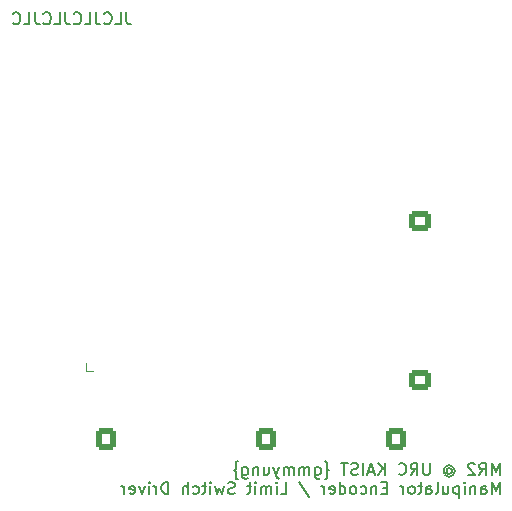
<source format=gbr>
%TF.GenerationSoftware,KiCad,Pcbnew,9.0.5*%
%TF.CreationDate,2025-10-28T15:08:01+09:00*%
%TF.ProjectId,mr2_arm_hw,6d72325f-6172-46d5-9f68-772e6b696361,rev?*%
%TF.SameCoordinates,Original*%
%TF.FileFunction,Legend,Bot*%
%TF.FilePolarity,Positive*%
%FSLAX46Y46*%
G04 Gerber Fmt 4.6, Leading zero omitted, Abs format (unit mm)*
G04 Created by KiCad (PCBNEW 9.0.5) date 2025-10-28 15:08:01*
%MOMM*%
%LPD*%
G01*
G04 APERTURE LIST*
G04 Aperture macros list*
%AMRoundRect*
0 Rectangle with rounded corners*
0 $1 Rounding radius*
0 $2 $3 $4 $5 $6 $7 $8 $9 X,Y pos of 4 corners*
0 Add a 4 corners polygon primitive as box body*
4,1,4,$2,$3,$4,$5,$6,$7,$8,$9,$2,$3,0*
0 Add four circle primitives for the rounded corners*
1,1,$1+$1,$2,$3*
1,1,$1+$1,$4,$5*
1,1,$1+$1,$6,$7*
1,1,$1+$1,$8,$9*
0 Add four rect primitives between the rounded corners*
20,1,$1+$1,$2,$3,$4,$5,0*
20,1,$1+$1,$4,$5,$6,$7,0*
20,1,$1+$1,$6,$7,$8,$9,0*
20,1,$1+$1,$8,$9,$2,$3,0*%
G04 Aperture macros list end*
%ADD10C,0.150000*%
%ADD11C,0.120000*%
%ADD12RoundRect,0.250000X0.675000X-0.600000X0.675000X0.600000X-0.675000X0.600000X-0.675000X-0.600000X0*%
%ADD13O,1.850000X1.700000*%
%ADD14RoundRect,0.250000X-0.600000X-0.675000X0.600000X-0.675000X0.600000X0.675000X-0.600000X0.675000X0*%
%ADD15O,1.700000X1.850000*%
%ADD16C,2.800000*%
%ADD17C,1.524000*%
%ADD18C,2.374900*%
%ADD19C,0.990600*%
%ADD20C,0.787400*%
G04 APERTURE END LIST*
D10*
X135377506Y-84144819D02*
X135377506Y-84859104D01*
X135377506Y-84859104D02*
X135425125Y-85001961D01*
X135425125Y-85001961D02*
X135520363Y-85097200D01*
X135520363Y-85097200D02*
X135663220Y-85144819D01*
X135663220Y-85144819D02*
X135758458Y-85144819D01*
X134425125Y-85144819D02*
X134901315Y-85144819D01*
X134901315Y-85144819D02*
X134901315Y-84144819D01*
X133520363Y-85049580D02*
X133567982Y-85097200D01*
X133567982Y-85097200D02*
X133710839Y-85144819D01*
X133710839Y-85144819D02*
X133806077Y-85144819D01*
X133806077Y-85144819D02*
X133948934Y-85097200D01*
X133948934Y-85097200D02*
X134044172Y-85001961D01*
X134044172Y-85001961D02*
X134091791Y-84906723D01*
X134091791Y-84906723D02*
X134139410Y-84716247D01*
X134139410Y-84716247D02*
X134139410Y-84573390D01*
X134139410Y-84573390D02*
X134091791Y-84382914D01*
X134091791Y-84382914D02*
X134044172Y-84287676D01*
X134044172Y-84287676D02*
X133948934Y-84192438D01*
X133948934Y-84192438D02*
X133806077Y-84144819D01*
X133806077Y-84144819D02*
X133710839Y-84144819D01*
X133710839Y-84144819D02*
X133567982Y-84192438D01*
X133567982Y-84192438D02*
X133520363Y-84240057D01*
X132806077Y-84144819D02*
X132806077Y-84859104D01*
X132806077Y-84859104D02*
X132853696Y-85001961D01*
X132853696Y-85001961D02*
X132948934Y-85097200D01*
X132948934Y-85097200D02*
X133091791Y-85144819D01*
X133091791Y-85144819D02*
X133187029Y-85144819D01*
X131853696Y-85144819D02*
X132329886Y-85144819D01*
X132329886Y-85144819D02*
X132329886Y-84144819D01*
X130948934Y-85049580D02*
X130996553Y-85097200D01*
X130996553Y-85097200D02*
X131139410Y-85144819D01*
X131139410Y-85144819D02*
X131234648Y-85144819D01*
X131234648Y-85144819D02*
X131377505Y-85097200D01*
X131377505Y-85097200D02*
X131472743Y-85001961D01*
X131472743Y-85001961D02*
X131520362Y-84906723D01*
X131520362Y-84906723D02*
X131567981Y-84716247D01*
X131567981Y-84716247D02*
X131567981Y-84573390D01*
X131567981Y-84573390D02*
X131520362Y-84382914D01*
X131520362Y-84382914D02*
X131472743Y-84287676D01*
X131472743Y-84287676D02*
X131377505Y-84192438D01*
X131377505Y-84192438D02*
X131234648Y-84144819D01*
X131234648Y-84144819D02*
X131139410Y-84144819D01*
X131139410Y-84144819D02*
X130996553Y-84192438D01*
X130996553Y-84192438D02*
X130948934Y-84240057D01*
X130234648Y-84144819D02*
X130234648Y-84859104D01*
X130234648Y-84859104D02*
X130282267Y-85001961D01*
X130282267Y-85001961D02*
X130377505Y-85097200D01*
X130377505Y-85097200D02*
X130520362Y-85144819D01*
X130520362Y-85144819D02*
X130615600Y-85144819D01*
X129282267Y-85144819D02*
X129758457Y-85144819D01*
X129758457Y-85144819D02*
X129758457Y-84144819D01*
X128377505Y-85049580D02*
X128425124Y-85097200D01*
X128425124Y-85097200D02*
X128567981Y-85144819D01*
X128567981Y-85144819D02*
X128663219Y-85144819D01*
X128663219Y-85144819D02*
X128806076Y-85097200D01*
X128806076Y-85097200D02*
X128901314Y-85001961D01*
X128901314Y-85001961D02*
X128948933Y-84906723D01*
X128948933Y-84906723D02*
X128996552Y-84716247D01*
X128996552Y-84716247D02*
X128996552Y-84573390D01*
X128996552Y-84573390D02*
X128948933Y-84382914D01*
X128948933Y-84382914D02*
X128901314Y-84287676D01*
X128901314Y-84287676D02*
X128806076Y-84192438D01*
X128806076Y-84192438D02*
X128663219Y-84144819D01*
X128663219Y-84144819D02*
X128567981Y-84144819D01*
X128567981Y-84144819D02*
X128425124Y-84192438D01*
X128425124Y-84192438D02*
X128377505Y-84240057D01*
X127663219Y-84144819D02*
X127663219Y-84859104D01*
X127663219Y-84859104D02*
X127710838Y-85001961D01*
X127710838Y-85001961D02*
X127806076Y-85097200D01*
X127806076Y-85097200D02*
X127948933Y-85144819D01*
X127948933Y-85144819D02*
X128044171Y-85144819D01*
X126710838Y-85144819D02*
X127187028Y-85144819D01*
X127187028Y-85144819D02*
X127187028Y-84144819D01*
X125806076Y-85049580D02*
X125853695Y-85097200D01*
X125853695Y-85097200D02*
X125996552Y-85144819D01*
X125996552Y-85144819D02*
X126091790Y-85144819D01*
X126091790Y-85144819D02*
X126234647Y-85097200D01*
X126234647Y-85097200D02*
X126329885Y-85001961D01*
X126329885Y-85001961D02*
X126377504Y-84906723D01*
X126377504Y-84906723D02*
X126425123Y-84716247D01*
X126425123Y-84716247D02*
X126425123Y-84573390D01*
X126425123Y-84573390D02*
X126377504Y-84382914D01*
X126377504Y-84382914D02*
X126329885Y-84287676D01*
X126329885Y-84287676D02*
X126234647Y-84192438D01*
X126234647Y-84192438D02*
X126091790Y-84144819D01*
X126091790Y-84144819D02*
X125996552Y-84144819D01*
X125996552Y-84144819D02*
X125853695Y-84192438D01*
X125853695Y-84192438D02*
X125806076Y-84240057D01*
X166988220Y-123309875D02*
X166988220Y-122309875D01*
X166988220Y-122309875D02*
X166654887Y-123024160D01*
X166654887Y-123024160D02*
X166321554Y-122309875D01*
X166321554Y-122309875D02*
X166321554Y-123309875D01*
X165273935Y-123309875D02*
X165607268Y-122833684D01*
X165845363Y-123309875D02*
X165845363Y-122309875D01*
X165845363Y-122309875D02*
X165464411Y-122309875D01*
X165464411Y-122309875D02*
X165369173Y-122357494D01*
X165369173Y-122357494D02*
X165321554Y-122405113D01*
X165321554Y-122405113D02*
X165273935Y-122500351D01*
X165273935Y-122500351D02*
X165273935Y-122643208D01*
X165273935Y-122643208D02*
X165321554Y-122738446D01*
X165321554Y-122738446D02*
X165369173Y-122786065D01*
X165369173Y-122786065D02*
X165464411Y-122833684D01*
X165464411Y-122833684D02*
X165845363Y-122833684D01*
X164892982Y-122405113D02*
X164845363Y-122357494D01*
X164845363Y-122357494D02*
X164750125Y-122309875D01*
X164750125Y-122309875D02*
X164512030Y-122309875D01*
X164512030Y-122309875D02*
X164416792Y-122357494D01*
X164416792Y-122357494D02*
X164369173Y-122405113D01*
X164369173Y-122405113D02*
X164321554Y-122500351D01*
X164321554Y-122500351D02*
X164321554Y-122595589D01*
X164321554Y-122595589D02*
X164369173Y-122738446D01*
X164369173Y-122738446D02*
X164940601Y-123309875D01*
X164940601Y-123309875D02*
X164321554Y-123309875D01*
X162512030Y-122833684D02*
X162559649Y-122786065D01*
X162559649Y-122786065D02*
X162654887Y-122738446D01*
X162654887Y-122738446D02*
X162750125Y-122738446D01*
X162750125Y-122738446D02*
X162845363Y-122786065D01*
X162845363Y-122786065D02*
X162892982Y-122833684D01*
X162892982Y-122833684D02*
X162940601Y-122928922D01*
X162940601Y-122928922D02*
X162940601Y-123024160D01*
X162940601Y-123024160D02*
X162892982Y-123119398D01*
X162892982Y-123119398D02*
X162845363Y-123167017D01*
X162845363Y-123167017D02*
X162750125Y-123214636D01*
X162750125Y-123214636D02*
X162654887Y-123214636D01*
X162654887Y-123214636D02*
X162559649Y-123167017D01*
X162559649Y-123167017D02*
X162512030Y-123119398D01*
X162512030Y-122738446D02*
X162512030Y-123119398D01*
X162512030Y-123119398D02*
X162464411Y-123167017D01*
X162464411Y-123167017D02*
X162416792Y-123167017D01*
X162416792Y-123167017D02*
X162321553Y-123119398D01*
X162321553Y-123119398D02*
X162273934Y-123024160D01*
X162273934Y-123024160D02*
X162273934Y-122786065D01*
X162273934Y-122786065D02*
X162369173Y-122643208D01*
X162369173Y-122643208D02*
X162512030Y-122547970D01*
X162512030Y-122547970D02*
X162702506Y-122500351D01*
X162702506Y-122500351D02*
X162892982Y-122547970D01*
X162892982Y-122547970D02*
X163035839Y-122643208D01*
X163035839Y-122643208D02*
X163131077Y-122786065D01*
X163131077Y-122786065D02*
X163178696Y-122976541D01*
X163178696Y-122976541D02*
X163131077Y-123167017D01*
X163131077Y-123167017D02*
X163035839Y-123309875D01*
X163035839Y-123309875D02*
X162892982Y-123405113D01*
X162892982Y-123405113D02*
X162702506Y-123452732D01*
X162702506Y-123452732D02*
X162512030Y-123405113D01*
X162512030Y-123405113D02*
X162369173Y-123309875D01*
X161083458Y-122309875D02*
X161083458Y-123119398D01*
X161083458Y-123119398D02*
X161035839Y-123214636D01*
X161035839Y-123214636D02*
X160988220Y-123262256D01*
X160988220Y-123262256D02*
X160892982Y-123309875D01*
X160892982Y-123309875D02*
X160702506Y-123309875D01*
X160702506Y-123309875D02*
X160607268Y-123262256D01*
X160607268Y-123262256D02*
X160559649Y-123214636D01*
X160559649Y-123214636D02*
X160512030Y-123119398D01*
X160512030Y-123119398D02*
X160512030Y-122309875D01*
X159464411Y-123309875D02*
X159797744Y-122833684D01*
X160035839Y-123309875D02*
X160035839Y-122309875D01*
X160035839Y-122309875D02*
X159654887Y-122309875D01*
X159654887Y-122309875D02*
X159559649Y-122357494D01*
X159559649Y-122357494D02*
X159512030Y-122405113D01*
X159512030Y-122405113D02*
X159464411Y-122500351D01*
X159464411Y-122500351D02*
X159464411Y-122643208D01*
X159464411Y-122643208D02*
X159512030Y-122738446D01*
X159512030Y-122738446D02*
X159559649Y-122786065D01*
X159559649Y-122786065D02*
X159654887Y-122833684D01*
X159654887Y-122833684D02*
X160035839Y-122833684D01*
X158464411Y-123214636D02*
X158512030Y-123262256D01*
X158512030Y-123262256D02*
X158654887Y-123309875D01*
X158654887Y-123309875D02*
X158750125Y-123309875D01*
X158750125Y-123309875D02*
X158892982Y-123262256D01*
X158892982Y-123262256D02*
X158988220Y-123167017D01*
X158988220Y-123167017D02*
X159035839Y-123071779D01*
X159035839Y-123071779D02*
X159083458Y-122881303D01*
X159083458Y-122881303D02*
X159083458Y-122738446D01*
X159083458Y-122738446D02*
X159035839Y-122547970D01*
X159035839Y-122547970D02*
X158988220Y-122452732D01*
X158988220Y-122452732D02*
X158892982Y-122357494D01*
X158892982Y-122357494D02*
X158750125Y-122309875D01*
X158750125Y-122309875D02*
X158654887Y-122309875D01*
X158654887Y-122309875D02*
X158512030Y-122357494D01*
X158512030Y-122357494D02*
X158464411Y-122405113D01*
X157273934Y-123309875D02*
X157273934Y-122309875D01*
X156702506Y-123309875D02*
X157131077Y-122738446D01*
X156702506Y-122309875D02*
X157273934Y-122881303D01*
X156321553Y-123024160D02*
X155845363Y-123024160D01*
X156416791Y-123309875D02*
X156083458Y-122309875D01*
X156083458Y-122309875D02*
X155750125Y-123309875D01*
X155416791Y-123309875D02*
X155416791Y-122309875D01*
X154988220Y-123262256D02*
X154845363Y-123309875D01*
X154845363Y-123309875D02*
X154607268Y-123309875D01*
X154607268Y-123309875D02*
X154512030Y-123262256D01*
X154512030Y-123262256D02*
X154464411Y-123214636D01*
X154464411Y-123214636D02*
X154416792Y-123119398D01*
X154416792Y-123119398D02*
X154416792Y-123024160D01*
X154416792Y-123024160D02*
X154464411Y-122928922D01*
X154464411Y-122928922D02*
X154512030Y-122881303D01*
X154512030Y-122881303D02*
X154607268Y-122833684D01*
X154607268Y-122833684D02*
X154797744Y-122786065D01*
X154797744Y-122786065D02*
X154892982Y-122738446D01*
X154892982Y-122738446D02*
X154940601Y-122690827D01*
X154940601Y-122690827D02*
X154988220Y-122595589D01*
X154988220Y-122595589D02*
X154988220Y-122500351D01*
X154988220Y-122500351D02*
X154940601Y-122405113D01*
X154940601Y-122405113D02*
X154892982Y-122357494D01*
X154892982Y-122357494D02*
X154797744Y-122309875D01*
X154797744Y-122309875D02*
X154559649Y-122309875D01*
X154559649Y-122309875D02*
X154416792Y-122357494D01*
X154131077Y-122309875D02*
X153559649Y-122309875D01*
X153845363Y-123309875D02*
X153845363Y-122309875D01*
X152178696Y-123690827D02*
X152226315Y-123690827D01*
X152226315Y-123690827D02*
X152321553Y-123643208D01*
X152321553Y-123643208D02*
X152369172Y-123547970D01*
X152369172Y-123547970D02*
X152369172Y-123071779D01*
X152369172Y-123071779D02*
X152416791Y-122976541D01*
X152416791Y-122976541D02*
X152512029Y-122928922D01*
X152512029Y-122928922D02*
X152416791Y-122881303D01*
X152416791Y-122881303D02*
X152369172Y-122786065D01*
X152369172Y-122786065D02*
X152369172Y-122309875D01*
X152369172Y-122309875D02*
X152321553Y-122214636D01*
X152321553Y-122214636D02*
X152226315Y-122167017D01*
X152226315Y-122167017D02*
X152178696Y-122167017D01*
X151369172Y-122643208D02*
X151369172Y-123452732D01*
X151369172Y-123452732D02*
X151416791Y-123547970D01*
X151416791Y-123547970D02*
X151464410Y-123595589D01*
X151464410Y-123595589D02*
X151559648Y-123643208D01*
X151559648Y-123643208D02*
X151702505Y-123643208D01*
X151702505Y-123643208D02*
X151797743Y-123595589D01*
X151369172Y-123262256D02*
X151464410Y-123309875D01*
X151464410Y-123309875D02*
X151654886Y-123309875D01*
X151654886Y-123309875D02*
X151750124Y-123262256D01*
X151750124Y-123262256D02*
X151797743Y-123214636D01*
X151797743Y-123214636D02*
X151845362Y-123119398D01*
X151845362Y-123119398D02*
X151845362Y-122833684D01*
X151845362Y-122833684D02*
X151797743Y-122738446D01*
X151797743Y-122738446D02*
X151750124Y-122690827D01*
X151750124Y-122690827D02*
X151654886Y-122643208D01*
X151654886Y-122643208D02*
X151464410Y-122643208D01*
X151464410Y-122643208D02*
X151369172Y-122690827D01*
X150892981Y-123309875D02*
X150892981Y-122643208D01*
X150892981Y-122738446D02*
X150845362Y-122690827D01*
X150845362Y-122690827D02*
X150750124Y-122643208D01*
X150750124Y-122643208D02*
X150607267Y-122643208D01*
X150607267Y-122643208D02*
X150512029Y-122690827D01*
X150512029Y-122690827D02*
X150464410Y-122786065D01*
X150464410Y-122786065D02*
X150464410Y-123309875D01*
X150464410Y-122786065D02*
X150416791Y-122690827D01*
X150416791Y-122690827D02*
X150321553Y-122643208D01*
X150321553Y-122643208D02*
X150178696Y-122643208D01*
X150178696Y-122643208D02*
X150083457Y-122690827D01*
X150083457Y-122690827D02*
X150035838Y-122786065D01*
X150035838Y-122786065D02*
X150035838Y-123309875D01*
X149559648Y-123309875D02*
X149559648Y-122643208D01*
X149559648Y-122738446D02*
X149512029Y-122690827D01*
X149512029Y-122690827D02*
X149416791Y-122643208D01*
X149416791Y-122643208D02*
X149273934Y-122643208D01*
X149273934Y-122643208D02*
X149178696Y-122690827D01*
X149178696Y-122690827D02*
X149131077Y-122786065D01*
X149131077Y-122786065D02*
X149131077Y-123309875D01*
X149131077Y-122786065D02*
X149083458Y-122690827D01*
X149083458Y-122690827D02*
X148988220Y-122643208D01*
X148988220Y-122643208D02*
X148845363Y-122643208D01*
X148845363Y-122643208D02*
X148750124Y-122690827D01*
X148750124Y-122690827D02*
X148702505Y-122786065D01*
X148702505Y-122786065D02*
X148702505Y-123309875D01*
X148321553Y-122643208D02*
X148083458Y-123309875D01*
X147845363Y-122643208D02*
X148083458Y-123309875D01*
X148083458Y-123309875D02*
X148178696Y-123547970D01*
X148178696Y-123547970D02*
X148226315Y-123595589D01*
X148226315Y-123595589D02*
X148321553Y-123643208D01*
X147035839Y-122643208D02*
X147035839Y-123309875D01*
X147464410Y-122643208D02*
X147464410Y-123167017D01*
X147464410Y-123167017D02*
X147416791Y-123262256D01*
X147416791Y-123262256D02*
X147321553Y-123309875D01*
X147321553Y-123309875D02*
X147178696Y-123309875D01*
X147178696Y-123309875D02*
X147083458Y-123262256D01*
X147083458Y-123262256D02*
X147035839Y-123214636D01*
X146559648Y-122643208D02*
X146559648Y-123309875D01*
X146559648Y-122738446D02*
X146512029Y-122690827D01*
X146512029Y-122690827D02*
X146416791Y-122643208D01*
X146416791Y-122643208D02*
X146273934Y-122643208D01*
X146273934Y-122643208D02*
X146178696Y-122690827D01*
X146178696Y-122690827D02*
X146131077Y-122786065D01*
X146131077Y-122786065D02*
X146131077Y-123309875D01*
X145226315Y-122643208D02*
X145226315Y-123452732D01*
X145226315Y-123452732D02*
X145273934Y-123547970D01*
X145273934Y-123547970D02*
X145321553Y-123595589D01*
X145321553Y-123595589D02*
X145416791Y-123643208D01*
X145416791Y-123643208D02*
X145559648Y-123643208D01*
X145559648Y-123643208D02*
X145654886Y-123595589D01*
X145226315Y-123262256D02*
X145321553Y-123309875D01*
X145321553Y-123309875D02*
X145512029Y-123309875D01*
X145512029Y-123309875D02*
X145607267Y-123262256D01*
X145607267Y-123262256D02*
X145654886Y-123214636D01*
X145654886Y-123214636D02*
X145702505Y-123119398D01*
X145702505Y-123119398D02*
X145702505Y-122833684D01*
X145702505Y-122833684D02*
X145654886Y-122738446D01*
X145654886Y-122738446D02*
X145607267Y-122690827D01*
X145607267Y-122690827D02*
X145512029Y-122643208D01*
X145512029Y-122643208D02*
X145321553Y-122643208D01*
X145321553Y-122643208D02*
X145226315Y-122690827D01*
X144845362Y-123690827D02*
X144797743Y-123690827D01*
X144797743Y-123690827D02*
X144702505Y-123643208D01*
X144702505Y-123643208D02*
X144654886Y-123547970D01*
X144654886Y-123547970D02*
X144654886Y-123071779D01*
X144654886Y-123071779D02*
X144607267Y-122976541D01*
X144607267Y-122976541D02*
X144512029Y-122928922D01*
X144512029Y-122928922D02*
X144607267Y-122881303D01*
X144607267Y-122881303D02*
X144654886Y-122786065D01*
X144654886Y-122786065D02*
X144654886Y-122309875D01*
X144654886Y-122309875D02*
X144702505Y-122214636D01*
X144702505Y-122214636D02*
X144797743Y-122167017D01*
X144797743Y-122167017D02*
X144845362Y-122167017D01*
X166988220Y-124919819D02*
X166988220Y-123919819D01*
X166988220Y-123919819D02*
X166654887Y-124634104D01*
X166654887Y-124634104D02*
X166321554Y-123919819D01*
X166321554Y-123919819D02*
X166321554Y-124919819D01*
X165416792Y-124919819D02*
X165416792Y-124396009D01*
X165416792Y-124396009D02*
X165464411Y-124300771D01*
X165464411Y-124300771D02*
X165559649Y-124253152D01*
X165559649Y-124253152D02*
X165750125Y-124253152D01*
X165750125Y-124253152D02*
X165845363Y-124300771D01*
X165416792Y-124872200D02*
X165512030Y-124919819D01*
X165512030Y-124919819D02*
X165750125Y-124919819D01*
X165750125Y-124919819D02*
X165845363Y-124872200D01*
X165845363Y-124872200D02*
X165892982Y-124776961D01*
X165892982Y-124776961D02*
X165892982Y-124681723D01*
X165892982Y-124681723D02*
X165845363Y-124586485D01*
X165845363Y-124586485D02*
X165750125Y-124538866D01*
X165750125Y-124538866D02*
X165512030Y-124538866D01*
X165512030Y-124538866D02*
X165416792Y-124491247D01*
X164940601Y-124253152D02*
X164940601Y-124919819D01*
X164940601Y-124348390D02*
X164892982Y-124300771D01*
X164892982Y-124300771D02*
X164797744Y-124253152D01*
X164797744Y-124253152D02*
X164654887Y-124253152D01*
X164654887Y-124253152D02*
X164559649Y-124300771D01*
X164559649Y-124300771D02*
X164512030Y-124396009D01*
X164512030Y-124396009D02*
X164512030Y-124919819D01*
X164035839Y-124919819D02*
X164035839Y-124253152D01*
X164035839Y-123919819D02*
X164083458Y-123967438D01*
X164083458Y-123967438D02*
X164035839Y-124015057D01*
X164035839Y-124015057D02*
X163988220Y-123967438D01*
X163988220Y-123967438D02*
X164035839Y-123919819D01*
X164035839Y-123919819D02*
X164035839Y-124015057D01*
X163559649Y-124253152D02*
X163559649Y-125253152D01*
X163559649Y-124300771D02*
X163464411Y-124253152D01*
X163464411Y-124253152D02*
X163273935Y-124253152D01*
X163273935Y-124253152D02*
X163178697Y-124300771D01*
X163178697Y-124300771D02*
X163131078Y-124348390D01*
X163131078Y-124348390D02*
X163083459Y-124443628D01*
X163083459Y-124443628D02*
X163083459Y-124729342D01*
X163083459Y-124729342D02*
X163131078Y-124824580D01*
X163131078Y-124824580D02*
X163178697Y-124872200D01*
X163178697Y-124872200D02*
X163273935Y-124919819D01*
X163273935Y-124919819D02*
X163464411Y-124919819D01*
X163464411Y-124919819D02*
X163559649Y-124872200D01*
X162226316Y-124253152D02*
X162226316Y-124919819D01*
X162654887Y-124253152D02*
X162654887Y-124776961D01*
X162654887Y-124776961D02*
X162607268Y-124872200D01*
X162607268Y-124872200D02*
X162512030Y-124919819D01*
X162512030Y-124919819D02*
X162369173Y-124919819D01*
X162369173Y-124919819D02*
X162273935Y-124872200D01*
X162273935Y-124872200D02*
X162226316Y-124824580D01*
X161607268Y-124919819D02*
X161702506Y-124872200D01*
X161702506Y-124872200D02*
X161750125Y-124776961D01*
X161750125Y-124776961D02*
X161750125Y-123919819D01*
X160797744Y-124919819D02*
X160797744Y-124396009D01*
X160797744Y-124396009D02*
X160845363Y-124300771D01*
X160845363Y-124300771D02*
X160940601Y-124253152D01*
X160940601Y-124253152D02*
X161131077Y-124253152D01*
X161131077Y-124253152D02*
X161226315Y-124300771D01*
X160797744Y-124872200D02*
X160892982Y-124919819D01*
X160892982Y-124919819D02*
X161131077Y-124919819D01*
X161131077Y-124919819D02*
X161226315Y-124872200D01*
X161226315Y-124872200D02*
X161273934Y-124776961D01*
X161273934Y-124776961D02*
X161273934Y-124681723D01*
X161273934Y-124681723D02*
X161226315Y-124586485D01*
X161226315Y-124586485D02*
X161131077Y-124538866D01*
X161131077Y-124538866D02*
X160892982Y-124538866D01*
X160892982Y-124538866D02*
X160797744Y-124491247D01*
X160464410Y-124253152D02*
X160083458Y-124253152D01*
X160321553Y-123919819D02*
X160321553Y-124776961D01*
X160321553Y-124776961D02*
X160273934Y-124872200D01*
X160273934Y-124872200D02*
X160178696Y-124919819D01*
X160178696Y-124919819D02*
X160083458Y-124919819D01*
X159607267Y-124919819D02*
X159702505Y-124872200D01*
X159702505Y-124872200D02*
X159750124Y-124824580D01*
X159750124Y-124824580D02*
X159797743Y-124729342D01*
X159797743Y-124729342D02*
X159797743Y-124443628D01*
X159797743Y-124443628D02*
X159750124Y-124348390D01*
X159750124Y-124348390D02*
X159702505Y-124300771D01*
X159702505Y-124300771D02*
X159607267Y-124253152D01*
X159607267Y-124253152D02*
X159464410Y-124253152D01*
X159464410Y-124253152D02*
X159369172Y-124300771D01*
X159369172Y-124300771D02*
X159321553Y-124348390D01*
X159321553Y-124348390D02*
X159273934Y-124443628D01*
X159273934Y-124443628D02*
X159273934Y-124729342D01*
X159273934Y-124729342D02*
X159321553Y-124824580D01*
X159321553Y-124824580D02*
X159369172Y-124872200D01*
X159369172Y-124872200D02*
X159464410Y-124919819D01*
X159464410Y-124919819D02*
X159607267Y-124919819D01*
X158845362Y-124919819D02*
X158845362Y-124253152D01*
X158845362Y-124443628D02*
X158797743Y-124348390D01*
X158797743Y-124348390D02*
X158750124Y-124300771D01*
X158750124Y-124300771D02*
X158654886Y-124253152D01*
X158654886Y-124253152D02*
X158559648Y-124253152D01*
X157464409Y-124396009D02*
X157131076Y-124396009D01*
X156988219Y-124919819D02*
X157464409Y-124919819D01*
X157464409Y-124919819D02*
X157464409Y-123919819D01*
X157464409Y-123919819D02*
X156988219Y-123919819D01*
X156559647Y-124253152D02*
X156559647Y-124919819D01*
X156559647Y-124348390D02*
X156512028Y-124300771D01*
X156512028Y-124300771D02*
X156416790Y-124253152D01*
X156416790Y-124253152D02*
X156273933Y-124253152D01*
X156273933Y-124253152D02*
X156178695Y-124300771D01*
X156178695Y-124300771D02*
X156131076Y-124396009D01*
X156131076Y-124396009D02*
X156131076Y-124919819D01*
X155226314Y-124872200D02*
X155321552Y-124919819D01*
X155321552Y-124919819D02*
X155512028Y-124919819D01*
X155512028Y-124919819D02*
X155607266Y-124872200D01*
X155607266Y-124872200D02*
X155654885Y-124824580D01*
X155654885Y-124824580D02*
X155702504Y-124729342D01*
X155702504Y-124729342D02*
X155702504Y-124443628D01*
X155702504Y-124443628D02*
X155654885Y-124348390D01*
X155654885Y-124348390D02*
X155607266Y-124300771D01*
X155607266Y-124300771D02*
X155512028Y-124253152D01*
X155512028Y-124253152D02*
X155321552Y-124253152D01*
X155321552Y-124253152D02*
X155226314Y-124300771D01*
X154654885Y-124919819D02*
X154750123Y-124872200D01*
X154750123Y-124872200D02*
X154797742Y-124824580D01*
X154797742Y-124824580D02*
X154845361Y-124729342D01*
X154845361Y-124729342D02*
X154845361Y-124443628D01*
X154845361Y-124443628D02*
X154797742Y-124348390D01*
X154797742Y-124348390D02*
X154750123Y-124300771D01*
X154750123Y-124300771D02*
X154654885Y-124253152D01*
X154654885Y-124253152D02*
X154512028Y-124253152D01*
X154512028Y-124253152D02*
X154416790Y-124300771D01*
X154416790Y-124300771D02*
X154369171Y-124348390D01*
X154369171Y-124348390D02*
X154321552Y-124443628D01*
X154321552Y-124443628D02*
X154321552Y-124729342D01*
X154321552Y-124729342D02*
X154369171Y-124824580D01*
X154369171Y-124824580D02*
X154416790Y-124872200D01*
X154416790Y-124872200D02*
X154512028Y-124919819D01*
X154512028Y-124919819D02*
X154654885Y-124919819D01*
X153464409Y-124919819D02*
X153464409Y-123919819D01*
X153464409Y-124872200D02*
X153559647Y-124919819D01*
X153559647Y-124919819D02*
X153750123Y-124919819D01*
X153750123Y-124919819D02*
X153845361Y-124872200D01*
X153845361Y-124872200D02*
X153892980Y-124824580D01*
X153892980Y-124824580D02*
X153940599Y-124729342D01*
X153940599Y-124729342D02*
X153940599Y-124443628D01*
X153940599Y-124443628D02*
X153892980Y-124348390D01*
X153892980Y-124348390D02*
X153845361Y-124300771D01*
X153845361Y-124300771D02*
X153750123Y-124253152D01*
X153750123Y-124253152D02*
X153559647Y-124253152D01*
X153559647Y-124253152D02*
X153464409Y-124300771D01*
X152607266Y-124872200D02*
X152702504Y-124919819D01*
X152702504Y-124919819D02*
X152892980Y-124919819D01*
X152892980Y-124919819D02*
X152988218Y-124872200D01*
X152988218Y-124872200D02*
X153035837Y-124776961D01*
X153035837Y-124776961D02*
X153035837Y-124396009D01*
X153035837Y-124396009D02*
X152988218Y-124300771D01*
X152988218Y-124300771D02*
X152892980Y-124253152D01*
X152892980Y-124253152D02*
X152702504Y-124253152D01*
X152702504Y-124253152D02*
X152607266Y-124300771D01*
X152607266Y-124300771D02*
X152559647Y-124396009D01*
X152559647Y-124396009D02*
X152559647Y-124491247D01*
X152559647Y-124491247D02*
X153035837Y-124586485D01*
X152131075Y-124919819D02*
X152131075Y-124253152D01*
X152131075Y-124443628D02*
X152083456Y-124348390D01*
X152083456Y-124348390D02*
X152035837Y-124300771D01*
X152035837Y-124300771D02*
X151940599Y-124253152D01*
X151940599Y-124253152D02*
X151845361Y-124253152D01*
X150035837Y-123872200D02*
X150892979Y-125157914D01*
X148464408Y-124919819D02*
X148940598Y-124919819D01*
X148940598Y-124919819D02*
X148940598Y-123919819D01*
X148131074Y-124919819D02*
X148131074Y-124253152D01*
X148131074Y-123919819D02*
X148178693Y-123967438D01*
X148178693Y-123967438D02*
X148131074Y-124015057D01*
X148131074Y-124015057D02*
X148083455Y-123967438D01*
X148083455Y-123967438D02*
X148131074Y-123919819D01*
X148131074Y-123919819D02*
X148131074Y-124015057D01*
X147654884Y-124919819D02*
X147654884Y-124253152D01*
X147654884Y-124348390D02*
X147607265Y-124300771D01*
X147607265Y-124300771D02*
X147512027Y-124253152D01*
X147512027Y-124253152D02*
X147369170Y-124253152D01*
X147369170Y-124253152D02*
X147273932Y-124300771D01*
X147273932Y-124300771D02*
X147226313Y-124396009D01*
X147226313Y-124396009D02*
X147226313Y-124919819D01*
X147226313Y-124396009D02*
X147178694Y-124300771D01*
X147178694Y-124300771D02*
X147083456Y-124253152D01*
X147083456Y-124253152D02*
X146940599Y-124253152D01*
X146940599Y-124253152D02*
X146845360Y-124300771D01*
X146845360Y-124300771D02*
X146797741Y-124396009D01*
X146797741Y-124396009D02*
X146797741Y-124919819D01*
X146321551Y-124919819D02*
X146321551Y-124253152D01*
X146321551Y-123919819D02*
X146369170Y-123967438D01*
X146369170Y-123967438D02*
X146321551Y-124015057D01*
X146321551Y-124015057D02*
X146273932Y-123967438D01*
X146273932Y-123967438D02*
X146321551Y-123919819D01*
X146321551Y-123919819D02*
X146321551Y-124015057D01*
X145988218Y-124253152D02*
X145607266Y-124253152D01*
X145845361Y-123919819D02*
X145845361Y-124776961D01*
X145845361Y-124776961D02*
X145797742Y-124872200D01*
X145797742Y-124872200D02*
X145702504Y-124919819D01*
X145702504Y-124919819D02*
X145607266Y-124919819D01*
X144559646Y-124872200D02*
X144416789Y-124919819D01*
X144416789Y-124919819D02*
X144178694Y-124919819D01*
X144178694Y-124919819D02*
X144083456Y-124872200D01*
X144083456Y-124872200D02*
X144035837Y-124824580D01*
X144035837Y-124824580D02*
X143988218Y-124729342D01*
X143988218Y-124729342D02*
X143988218Y-124634104D01*
X143988218Y-124634104D02*
X144035837Y-124538866D01*
X144035837Y-124538866D02*
X144083456Y-124491247D01*
X144083456Y-124491247D02*
X144178694Y-124443628D01*
X144178694Y-124443628D02*
X144369170Y-124396009D01*
X144369170Y-124396009D02*
X144464408Y-124348390D01*
X144464408Y-124348390D02*
X144512027Y-124300771D01*
X144512027Y-124300771D02*
X144559646Y-124205533D01*
X144559646Y-124205533D02*
X144559646Y-124110295D01*
X144559646Y-124110295D02*
X144512027Y-124015057D01*
X144512027Y-124015057D02*
X144464408Y-123967438D01*
X144464408Y-123967438D02*
X144369170Y-123919819D01*
X144369170Y-123919819D02*
X144131075Y-123919819D01*
X144131075Y-123919819D02*
X143988218Y-123967438D01*
X143654884Y-124253152D02*
X143464408Y-124919819D01*
X143464408Y-124919819D02*
X143273932Y-124443628D01*
X143273932Y-124443628D02*
X143083456Y-124919819D01*
X143083456Y-124919819D02*
X142892980Y-124253152D01*
X142512027Y-124919819D02*
X142512027Y-124253152D01*
X142512027Y-123919819D02*
X142559646Y-123967438D01*
X142559646Y-123967438D02*
X142512027Y-124015057D01*
X142512027Y-124015057D02*
X142464408Y-123967438D01*
X142464408Y-123967438D02*
X142512027Y-123919819D01*
X142512027Y-123919819D02*
X142512027Y-124015057D01*
X142178694Y-124253152D02*
X141797742Y-124253152D01*
X142035837Y-123919819D02*
X142035837Y-124776961D01*
X142035837Y-124776961D02*
X141988218Y-124872200D01*
X141988218Y-124872200D02*
X141892980Y-124919819D01*
X141892980Y-124919819D02*
X141797742Y-124919819D01*
X141035837Y-124872200D02*
X141131075Y-124919819D01*
X141131075Y-124919819D02*
X141321551Y-124919819D01*
X141321551Y-124919819D02*
X141416789Y-124872200D01*
X141416789Y-124872200D02*
X141464408Y-124824580D01*
X141464408Y-124824580D02*
X141512027Y-124729342D01*
X141512027Y-124729342D02*
X141512027Y-124443628D01*
X141512027Y-124443628D02*
X141464408Y-124348390D01*
X141464408Y-124348390D02*
X141416789Y-124300771D01*
X141416789Y-124300771D02*
X141321551Y-124253152D01*
X141321551Y-124253152D02*
X141131075Y-124253152D01*
X141131075Y-124253152D02*
X141035837Y-124300771D01*
X140607265Y-124919819D02*
X140607265Y-123919819D01*
X140178694Y-124919819D02*
X140178694Y-124396009D01*
X140178694Y-124396009D02*
X140226313Y-124300771D01*
X140226313Y-124300771D02*
X140321551Y-124253152D01*
X140321551Y-124253152D02*
X140464408Y-124253152D01*
X140464408Y-124253152D02*
X140559646Y-124300771D01*
X140559646Y-124300771D02*
X140607265Y-124348390D01*
X138940598Y-124919819D02*
X138940598Y-123919819D01*
X138940598Y-123919819D02*
X138702503Y-123919819D01*
X138702503Y-123919819D02*
X138559646Y-123967438D01*
X138559646Y-123967438D02*
X138464408Y-124062676D01*
X138464408Y-124062676D02*
X138416789Y-124157914D01*
X138416789Y-124157914D02*
X138369170Y-124348390D01*
X138369170Y-124348390D02*
X138369170Y-124491247D01*
X138369170Y-124491247D02*
X138416789Y-124681723D01*
X138416789Y-124681723D02*
X138464408Y-124776961D01*
X138464408Y-124776961D02*
X138559646Y-124872200D01*
X138559646Y-124872200D02*
X138702503Y-124919819D01*
X138702503Y-124919819D02*
X138940598Y-124919819D01*
X137940598Y-124919819D02*
X137940598Y-124253152D01*
X137940598Y-124443628D02*
X137892979Y-124348390D01*
X137892979Y-124348390D02*
X137845360Y-124300771D01*
X137845360Y-124300771D02*
X137750122Y-124253152D01*
X137750122Y-124253152D02*
X137654884Y-124253152D01*
X137321550Y-124919819D02*
X137321550Y-124253152D01*
X137321550Y-123919819D02*
X137369169Y-123967438D01*
X137369169Y-123967438D02*
X137321550Y-124015057D01*
X137321550Y-124015057D02*
X137273931Y-123967438D01*
X137273931Y-123967438D02*
X137321550Y-123919819D01*
X137321550Y-123919819D02*
X137321550Y-124015057D01*
X136940598Y-124253152D02*
X136702503Y-124919819D01*
X136702503Y-124919819D02*
X136464408Y-124253152D01*
X135702503Y-124872200D02*
X135797741Y-124919819D01*
X135797741Y-124919819D02*
X135988217Y-124919819D01*
X135988217Y-124919819D02*
X136083455Y-124872200D01*
X136083455Y-124872200D02*
X136131074Y-124776961D01*
X136131074Y-124776961D02*
X136131074Y-124396009D01*
X136131074Y-124396009D02*
X136083455Y-124300771D01*
X136083455Y-124300771D02*
X135988217Y-124253152D01*
X135988217Y-124253152D02*
X135797741Y-124253152D01*
X135797741Y-124253152D02*
X135702503Y-124300771D01*
X135702503Y-124300771D02*
X135654884Y-124396009D01*
X135654884Y-124396009D02*
X135654884Y-124491247D01*
X135654884Y-124491247D02*
X136131074Y-124586485D01*
X135226312Y-124919819D02*
X135226312Y-124253152D01*
X135226312Y-124443628D02*
X135178693Y-124348390D01*
X135178693Y-124348390D02*
X135131074Y-124300771D01*
X135131074Y-124300771D02*
X135035836Y-124253152D01*
X135035836Y-124253152D02*
X134940598Y-124253152D01*
D11*
%TO.C,J1*%
X131953450Y-113855779D02*
X131953450Y-114490779D01*
X131953450Y-114490779D02*
X132588450Y-114490779D01*
%TD*%
%LPC*%
D12*
%TO.C,J3*%
X160288450Y-101800779D03*
D13*
X160288450Y-99300779D03*
X160288450Y-96800779D03*
X160288450Y-94300779D03*
%TD*%
D12*
%TO.C,J4*%
X160288450Y-115300779D03*
D13*
X160288450Y-112800779D03*
X160288450Y-110300779D03*
X160288450Y-107800779D03*
%TD*%
D14*
%TO.C,J6*%
X158183450Y-120300779D03*
D15*
X160683450Y-120300779D03*
X163183450Y-120300779D03*
%TD*%
D16*
%TO.C,U4*%
X153500000Y-94500000D03*
X148420000Y-94500000D03*
D17*
X144570000Y-93270000D03*
X144570000Y-91270000D03*
%TD*%
D14*
%TO.C,J5*%
X147183450Y-120300779D03*
D15*
X149683450Y-120300779D03*
X152183450Y-120300779D03*
%TD*%
D14*
%TO.C,J2*%
X133683450Y-120300779D03*
D15*
X136183450Y-120300779D03*
X138683450Y-120300779D03*
X141183450Y-120300779D03*
%TD*%
D18*
%TO.C,J1*%
X130683450Y-115125779D03*
D19*
X133223450Y-115125779D03*
D18*
X135763450Y-115125779D03*
X130683450Y-111950779D03*
X135763450Y-111950779D03*
D19*
X132207450Y-110045779D03*
X134239450Y-110045779D03*
D20*
X132588450Y-113855779D03*
X133858450Y-113855779D03*
X132588450Y-112585779D03*
X133858450Y-112585779D03*
X132588450Y-111315779D03*
X133858450Y-111315779D03*
%TD*%
%LPD*%
M02*

</source>
